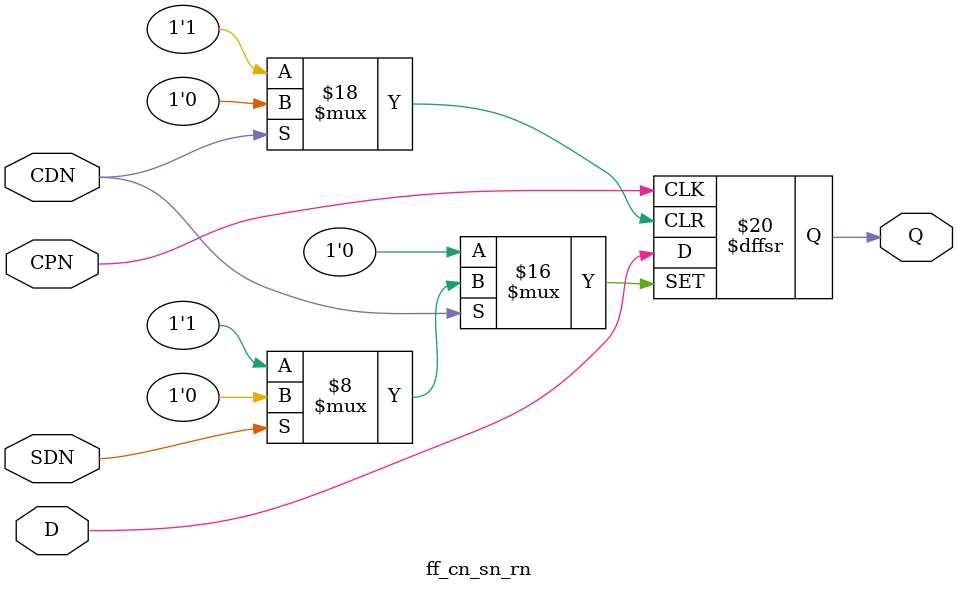
<source format=sv>

module ff_cn_sn_rn (input D, input CPN, input CDN, input SDN, output reg Q);
always @(negedge CPN or negedge CDN or negedge SDN) 
	if(!CDN) Q <= 0;
	else if(!SDN) Q <= 1;
	else Q <= D;
endmodule



</source>
